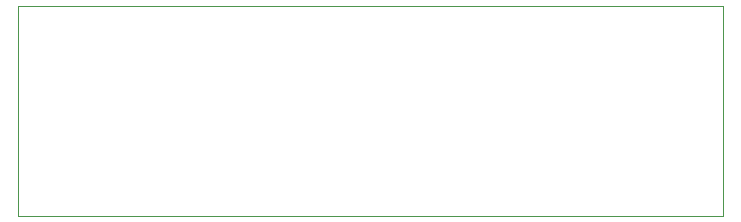
<source format=gm1>
G04 #@! TF.GenerationSoftware,KiCad,Pcbnew,(6.0.6)*
G04 #@! TF.CreationDate,2022-08-10T20:14:49+02:00*
G04 #@! TF.ProjectId,joystick,6a6f7973-7469-4636-9b2e-6b696361645f,rev?*
G04 #@! TF.SameCoordinates,Original*
G04 #@! TF.FileFunction,Profile,NP*
%FSLAX46Y46*%
G04 Gerber Fmt 4.6, Leading zero omitted, Abs format (unit mm)*
G04 Created by KiCad (PCBNEW (6.0.6)) date 2022-08-10 20:14:49*
%MOMM*%
%LPD*%
G01*
G04 APERTURE LIST*
G04 #@! TA.AperFunction,Profile*
%ADD10C,0.100000*%
G04 #@! TD*
G04 APERTURE END LIST*
D10*
X167640000Y-106426000D02*
X107950000Y-106426000D01*
X107950000Y-106426000D02*
X107950000Y-88646000D01*
X107950000Y-88646000D02*
X167640000Y-88646000D01*
X167640000Y-88646000D02*
X167640000Y-106426000D01*
M02*

</source>
